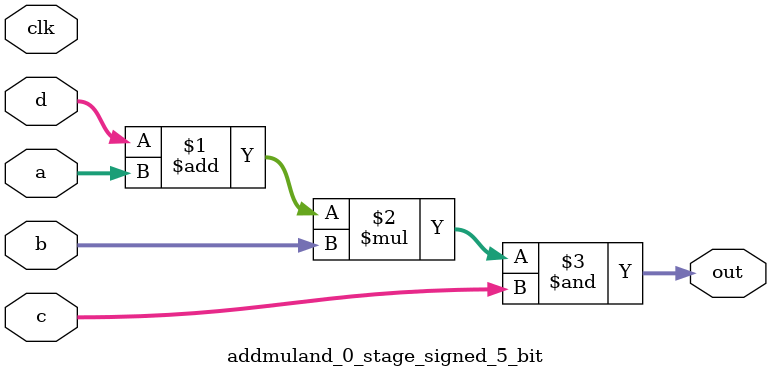
<source format=sv>
(* use_dsp = "yes" *) module addmuland_0_stage_signed_5_bit(
	input signed [4:0] a,
	input signed [4:0] b,
	input signed [4:0] c,
	input signed [4:0] d,
	output [4:0] out,
	input clk);

	assign out = ((d + a) * b) & c;
endmodule

</source>
